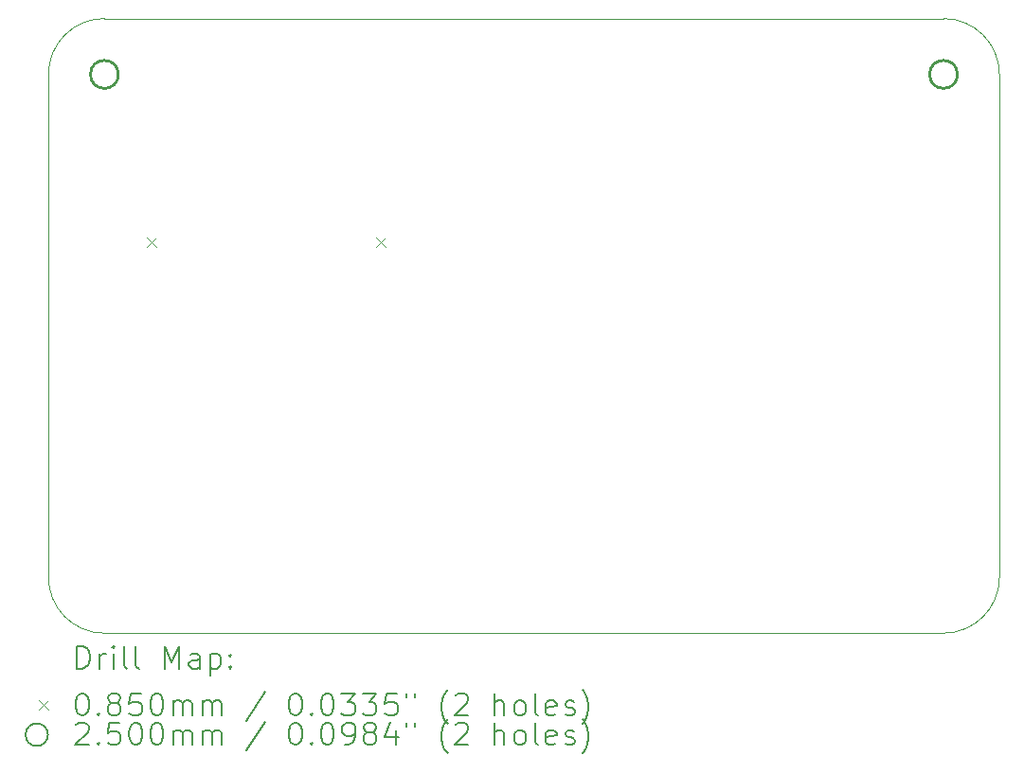
<source format=gbr>
%TF.GenerationSoftware,KiCad,Pcbnew,9.0.5*%
%TF.CreationDate,2025-10-31T23:09:40-07:00*%
%TF.ProjectId,Business Card PCB,42757369-6e65-4737-9320-436172642050,rev?*%
%TF.SameCoordinates,Original*%
%TF.FileFunction,Drillmap*%
%TF.FilePolarity,Positive*%
%FSLAX45Y45*%
G04 Gerber Fmt 4.5, Leading zero omitted, Abs format (unit mm)*
G04 Created by KiCad (PCBNEW 9.0.5) date 2025-10-31 23:09:40*
%MOMM*%
%LPD*%
G01*
G04 APERTURE LIST*
%ADD10C,0.100000*%
%ADD11C,0.200000*%
%ADD12C,0.250000*%
G04 APERTURE END LIST*
D10*
X11200000Y-11300000D02*
G75*
G02*
X10700000Y-10800000I0J500000D01*
G01*
X18700000Y-11300000D02*
X11200000Y-11300000D01*
X19200000Y-6300000D02*
X19200000Y-10800000D01*
X10700000Y-6300000D02*
G75*
G02*
X11200000Y-5800000I500000J0D01*
G01*
X10700000Y-10800000D02*
X10700000Y-6300000D01*
X11200000Y-5800000D02*
X18700000Y-5800000D01*
X18700000Y-5800000D02*
G75*
G02*
X19200000Y-6300000I0J-500000D01*
G01*
X19200000Y-10800000D02*
G75*
G02*
X18700000Y-11300000I-500000J0D01*
G01*
D11*
D10*
X11578000Y-7757488D02*
X11663000Y-7842488D01*
X11663000Y-7757488D02*
X11578000Y-7842488D01*
X13628000Y-7757488D02*
X13713000Y-7842488D01*
X13713000Y-7757488D02*
X13628000Y-7842488D01*
D12*
X11325000Y-6300000D02*
G75*
G02*
X11075000Y-6300000I-125000J0D01*
G01*
X11075000Y-6300000D02*
G75*
G02*
X11325000Y-6300000I125000J0D01*
G01*
X18825000Y-6300000D02*
G75*
G02*
X18575000Y-6300000I-125000J0D01*
G01*
X18575000Y-6300000D02*
G75*
G02*
X18825000Y-6300000I125000J0D01*
G01*
D11*
X10955777Y-11616484D02*
X10955777Y-11416484D01*
X10955777Y-11416484D02*
X11003396Y-11416484D01*
X11003396Y-11416484D02*
X11031967Y-11426008D01*
X11031967Y-11426008D02*
X11051015Y-11445055D01*
X11051015Y-11445055D02*
X11060539Y-11464103D01*
X11060539Y-11464103D02*
X11070063Y-11502198D01*
X11070063Y-11502198D02*
X11070063Y-11530769D01*
X11070063Y-11530769D02*
X11060539Y-11568865D01*
X11060539Y-11568865D02*
X11051015Y-11587912D01*
X11051015Y-11587912D02*
X11031967Y-11606960D01*
X11031967Y-11606960D02*
X11003396Y-11616484D01*
X11003396Y-11616484D02*
X10955777Y-11616484D01*
X11155777Y-11616484D02*
X11155777Y-11483150D01*
X11155777Y-11521246D02*
X11165301Y-11502198D01*
X11165301Y-11502198D02*
X11174824Y-11492674D01*
X11174824Y-11492674D02*
X11193872Y-11483150D01*
X11193872Y-11483150D02*
X11212920Y-11483150D01*
X11279586Y-11616484D02*
X11279586Y-11483150D01*
X11279586Y-11416484D02*
X11270062Y-11426008D01*
X11270062Y-11426008D02*
X11279586Y-11435531D01*
X11279586Y-11435531D02*
X11289110Y-11426008D01*
X11289110Y-11426008D02*
X11279586Y-11416484D01*
X11279586Y-11416484D02*
X11279586Y-11435531D01*
X11403396Y-11616484D02*
X11384348Y-11606960D01*
X11384348Y-11606960D02*
X11374824Y-11587912D01*
X11374824Y-11587912D02*
X11374824Y-11416484D01*
X11508158Y-11616484D02*
X11489110Y-11606960D01*
X11489110Y-11606960D02*
X11479586Y-11587912D01*
X11479586Y-11587912D02*
X11479586Y-11416484D01*
X11736729Y-11616484D02*
X11736729Y-11416484D01*
X11736729Y-11416484D02*
X11803396Y-11559341D01*
X11803396Y-11559341D02*
X11870062Y-11416484D01*
X11870062Y-11416484D02*
X11870062Y-11616484D01*
X12051015Y-11616484D02*
X12051015Y-11511722D01*
X12051015Y-11511722D02*
X12041491Y-11492674D01*
X12041491Y-11492674D02*
X12022443Y-11483150D01*
X12022443Y-11483150D02*
X11984348Y-11483150D01*
X11984348Y-11483150D02*
X11965301Y-11492674D01*
X12051015Y-11606960D02*
X12031967Y-11616484D01*
X12031967Y-11616484D02*
X11984348Y-11616484D01*
X11984348Y-11616484D02*
X11965301Y-11606960D01*
X11965301Y-11606960D02*
X11955777Y-11587912D01*
X11955777Y-11587912D02*
X11955777Y-11568865D01*
X11955777Y-11568865D02*
X11965301Y-11549817D01*
X11965301Y-11549817D02*
X11984348Y-11540293D01*
X11984348Y-11540293D02*
X12031967Y-11540293D01*
X12031967Y-11540293D02*
X12051015Y-11530769D01*
X12146253Y-11483150D02*
X12146253Y-11683150D01*
X12146253Y-11492674D02*
X12165301Y-11483150D01*
X12165301Y-11483150D02*
X12203396Y-11483150D01*
X12203396Y-11483150D02*
X12222443Y-11492674D01*
X12222443Y-11492674D02*
X12231967Y-11502198D01*
X12231967Y-11502198D02*
X12241491Y-11521246D01*
X12241491Y-11521246D02*
X12241491Y-11578388D01*
X12241491Y-11578388D02*
X12231967Y-11597436D01*
X12231967Y-11597436D02*
X12222443Y-11606960D01*
X12222443Y-11606960D02*
X12203396Y-11616484D01*
X12203396Y-11616484D02*
X12165301Y-11616484D01*
X12165301Y-11616484D02*
X12146253Y-11606960D01*
X12327205Y-11597436D02*
X12336729Y-11606960D01*
X12336729Y-11606960D02*
X12327205Y-11616484D01*
X12327205Y-11616484D02*
X12317682Y-11606960D01*
X12317682Y-11606960D02*
X12327205Y-11597436D01*
X12327205Y-11597436D02*
X12327205Y-11616484D01*
X12327205Y-11492674D02*
X12336729Y-11502198D01*
X12336729Y-11502198D02*
X12327205Y-11511722D01*
X12327205Y-11511722D02*
X12317682Y-11502198D01*
X12317682Y-11502198D02*
X12327205Y-11492674D01*
X12327205Y-11492674D02*
X12327205Y-11511722D01*
D10*
X10610000Y-11902500D02*
X10695000Y-11987500D01*
X10695000Y-11902500D02*
X10610000Y-11987500D01*
D11*
X10993872Y-11836484D02*
X11012920Y-11836484D01*
X11012920Y-11836484D02*
X11031967Y-11846008D01*
X11031967Y-11846008D02*
X11041491Y-11855531D01*
X11041491Y-11855531D02*
X11051015Y-11874579D01*
X11051015Y-11874579D02*
X11060539Y-11912674D01*
X11060539Y-11912674D02*
X11060539Y-11960293D01*
X11060539Y-11960293D02*
X11051015Y-11998388D01*
X11051015Y-11998388D02*
X11041491Y-12017436D01*
X11041491Y-12017436D02*
X11031967Y-12026960D01*
X11031967Y-12026960D02*
X11012920Y-12036484D01*
X11012920Y-12036484D02*
X10993872Y-12036484D01*
X10993872Y-12036484D02*
X10974824Y-12026960D01*
X10974824Y-12026960D02*
X10965301Y-12017436D01*
X10965301Y-12017436D02*
X10955777Y-11998388D01*
X10955777Y-11998388D02*
X10946253Y-11960293D01*
X10946253Y-11960293D02*
X10946253Y-11912674D01*
X10946253Y-11912674D02*
X10955777Y-11874579D01*
X10955777Y-11874579D02*
X10965301Y-11855531D01*
X10965301Y-11855531D02*
X10974824Y-11846008D01*
X10974824Y-11846008D02*
X10993872Y-11836484D01*
X11146253Y-12017436D02*
X11155777Y-12026960D01*
X11155777Y-12026960D02*
X11146253Y-12036484D01*
X11146253Y-12036484D02*
X11136729Y-12026960D01*
X11136729Y-12026960D02*
X11146253Y-12017436D01*
X11146253Y-12017436D02*
X11146253Y-12036484D01*
X11270062Y-11922198D02*
X11251015Y-11912674D01*
X11251015Y-11912674D02*
X11241491Y-11903150D01*
X11241491Y-11903150D02*
X11231967Y-11884103D01*
X11231967Y-11884103D02*
X11231967Y-11874579D01*
X11231967Y-11874579D02*
X11241491Y-11855531D01*
X11241491Y-11855531D02*
X11251015Y-11846008D01*
X11251015Y-11846008D02*
X11270062Y-11836484D01*
X11270062Y-11836484D02*
X11308158Y-11836484D01*
X11308158Y-11836484D02*
X11327205Y-11846008D01*
X11327205Y-11846008D02*
X11336729Y-11855531D01*
X11336729Y-11855531D02*
X11346253Y-11874579D01*
X11346253Y-11874579D02*
X11346253Y-11884103D01*
X11346253Y-11884103D02*
X11336729Y-11903150D01*
X11336729Y-11903150D02*
X11327205Y-11912674D01*
X11327205Y-11912674D02*
X11308158Y-11922198D01*
X11308158Y-11922198D02*
X11270062Y-11922198D01*
X11270062Y-11922198D02*
X11251015Y-11931722D01*
X11251015Y-11931722D02*
X11241491Y-11941246D01*
X11241491Y-11941246D02*
X11231967Y-11960293D01*
X11231967Y-11960293D02*
X11231967Y-11998388D01*
X11231967Y-11998388D02*
X11241491Y-12017436D01*
X11241491Y-12017436D02*
X11251015Y-12026960D01*
X11251015Y-12026960D02*
X11270062Y-12036484D01*
X11270062Y-12036484D02*
X11308158Y-12036484D01*
X11308158Y-12036484D02*
X11327205Y-12026960D01*
X11327205Y-12026960D02*
X11336729Y-12017436D01*
X11336729Y-12017436D02*
X11346253Y-11998388D01*
X11346253Y-11998388D02*
X11346253Y-11960293D01*
X11346253Y-11960293D02*
X11336729Y-11941246D01*
X11336729Y-11941246D02*
X11327205Y-11931722D01*
X11327205Y-11931722D02*
X11308158Y-11922198D01*
X11527205Y-11836484D02*
X11431967Y-11836484D01*
X11431967Y-11836484D02*
X11422443Y-11931722D01*
X11422443Y-11931722D02*
X11431967Y-11922198D01*
X11431967Y-11922198D02*
X11451015Y-11912674D01*
X11451015Y-11912674D02*
X11498634Y-11912674D01*
X11498634Y-11912674D02*
X11517682Y-11922198D01*
X11517682Y-11922198D02*
X11527205Y-11931722D01*
X11527205Y-11931722D02*
X11536729Y-11950769D01*
X11536729Y-11950769D02*
X11536729Y-11998388D01*
X11536729Y-11998388D02*
X11527205Y-12017436D01*
X11527205Y-12017436D02*
X11517682Y-12026960D01*
X11517682Y-12026960D02*
X11498634Y-12036484D01*
X11498634Y-12036484D02*
X11451015Y-12036484D01*
X11451015Y-12036484D02*
X11431967Y-12026960D01*
X11431967Y-12026960D02*
X11422443Y-12017436D01*
X11660539Y-11836484D02*
X11679586Y-11836484D01*
X11679586Y-11836484D02*
X11698634Y-11846008D01*
X11698634Y-11846008D02*
X11708158Y-11855531D01*
X11708158Y-11855531D02*
X11717682Y-11874579D01*
X11717682Y-11874579D02*
X11727205Y-11912674D01*
X11727205Y-11912674D02*
X11727205Y-11960293D01*
X11727205Y-11960293D02*
X11717682Y-11998388D01*
X11717682Y-11998388D02*
X11708158Y-12017436D01*
X11708158Y-12017436D02*
X11698634Y-12026960D01*
X11698634Y-12026960D02*
X11679586Y-12036484D01*
X11679586Y-12036484D02*
X11660539Y-12036484D01*
X11660539Y-12036484D02*
X11641491Y-12026960D01*
X11641491Y-12026960D02*
X11631967Y-12017436D01*
X11631967Y-12017436D02*
X11622443Y-11998388D01*
X11622443Y-11998388D02*
X11612920Y-11960293D01*
X11612920Y-11960293D02*
X11612920Y-11912674D01*
X11612920Y-11912674D02*
X11622443Y-11874579D01*
X11622443Y-11874579D02*
X11631967Y-11855531D01*
X11631967Y-11855531D02*
X11641491Y-11846008D01*
X11641491Y-11846008D02*
X11660539Y-11836484D01*
X11812920Y-12036484D02*
X11812920Y-11903150D01*
X11812920Y-11922198D02*
X11822443Y-11912674D01*
X11822443Y-11912674D02*
X11841491Y-11903150D01*
X11841491Y-11903150D02*
X11870063Y-11903150D01*
X11870063Y-11903150D02*
X11889110Y-11912674D01*
X11889110Y-11912674D02*
X11898634Y-11931722D01*
X11898634Y-11931722D02*
X11898634Y-12036484D01*
X11898634Y-11931722D02*
X11908158Y-11912674D01*
X11908158Y-11912674D02*
X11927205Y-11903150D01*
X11927205Y-11903150D02*
X11955777Y-11903150D01*
X11955777Y-11903150D02*
X11974824Y-11912674D01*
X11974824Y-11912674D02*
X11984348Y-11931722D01*
X11984348Y-11931722D02*
X11984348Y-12036484D01*
X12079586Y-12036484D02*
X12079586Y-11903150D01*
X12079586Y-11922198D02*
X12089110Y-11912674D01*
X12089110Y-11912674D02*
X12108158Y-11903150D01*
X12108158Y-11903150D02*
X12136729Y-11903150D01*
X12136729Y-11903150D02*
X12155777Y-11912674D01*
X12155777Y-11912674D02*
X12165301Y-11931722D01*
X12165301Y-11931722D02*
X12165301Y-12036484D01*
X12165301Y-11931722D02*
X12174824Y-11912674D01*
X12174824Y-11912674D02*
X12193872Y-11903150D01*
X12193872Y-11903150D02*
X12222443Y-11903150D01*
X12222443Y-11903150D02*
X12241491Y-11912674D01*
X12241491Y-11912674D02*
X12251015Y-11931722D01*
X12251015Y-11931722D02*
X12251015Y-12036484D01*
X12641491Y-11826960D02*
X12470063Y-12084103D01*
X12898634Y-11836484D02*
X12917682Y-11836484D01*
X12917682Y-11836484D02*
X12936729Y-11846008D01*
X12936729Y-11846008D02*
X12946253Y-11855531D01*
X12946253Y-11855531D02*
X12955777Y-11874579D01*
X12955777Y-11874579D02*
X12965301Y-11912674D01*
X12965301Y-11912674D02*
X12965301Y-11960293D01*
X12965301Y-11960293D02*
X12955777Y-11998388D01*
X12955777Y-11998388D02*
X12946253Y-12017436D01*
X12946253Y-12017436D02*
X12936729Y-12026960D01*
X12936729Y-12026960D02*
X12917682Y-12036484D01*
X12917682Y-12036484D02*
X12898634Y-12036484D01*
X12898634Y-12036484D02*
X12879586Y-12026960D01*
X12879586Y-12026960D02*
X12870063Y-12017436D01*
X12870063Y-12017436D02*
X12860539Y-11998388D01*
X12860539Y-11998388D02*
X12851015Y-11960293D01*
X12851015Y-11960293D02*
X12851015Y-11912674D01*
X12851015Y-11912674D02*
X12860539Y-11874579D01*
X12860539Y-11874579D02*
X12870063Y-11855531D01*
X12870063Y-11855531D02*
X12879586Y-11846008D01*
X12879586Y-11846008D02*
X12898634Y-11836484D01*
X13051015Y-12017436D02*
X13060539Y-12026960D01*
X13060539Y-12026960D02*
X13051015Y-12036484D01*
X13051015Y-12036484D02*
X13041491Y-12026960D01*
X13041491Y-12026960D02*
X13051015Y-12017436D01*
X13051015Y-12017436D02*
X13051015Y-12036484D01*
X13184348Y-11836484D02*
X13203396Y-11836484D01*
X13203396Y-11836484D02*
X13222444Y-11846008D01*
X13222444Y-11846008D02*
X13231967Y-11855531D01*
X13231967Y-11855531D02*
X13241491Y-11874579D01*
X13241491Y-11874579D02*
X13251015Y-11912674D01*
X13251015Y-11912674D02*
X13251015Y-11960293D01*
X13251015Y-11960293D02*
X13241491Y-11998388D01*
X13241491Y-11998388D02*
X13231967Y-12017436D01*
X13231967Y-12017436D02*
X13222444Y-12026960D01*
X13222444Y-12026960D02*
X13203396Y-12036484D01*
X13203396Y-12036484D02*
X13184348Y-12036484D01*
X13184348Y-12036484D02*
X13165301Y-12026960D01*
X13165301Y-12026960D02*
X13155777Y-12017436D01*
X13155777Y-12017436D02*
X13146253Y-11998388D01*
X13146253Y-11998388D02*
X13136729Y-11960293D01*
X13136729Y-11960293D02*
X13136729Y-11912674D01*
X13136729Y-11912674D02*
X13146253Y-11874579D01*
X13146253Y-11874579D02*
X13155777Y-11855531D01*
X13155777Y-11855531D02*
X13165301Y-11846008D01*
X13165301Y-11846008D02*
X13184348Y-11836484D01*
X13317682Y-11836484D02*
X13441491Y-11836484D01*
X13441491Y-11836484D02*
X13374825Y-11912674D01*
X13374825Y-11912674D02*
X13403396Y-11912674D01*
X13403396Y-11912674D02*
X13422444Y-11922198D01*
X13422444Y-11922198D02*
X13431967Y-11931722D01*
X13431967Y-11931722D02*
X13441491Y-11950769D01*
X13441491Y-11950769D02*
X13441491Y-11998388D01*
X13441491Y-11998388D02*
X13431967Y-12017436D01*
X13431967Y-12017436D02*
X13422444Y-12026960D01*
X13422444Y-12026960D02*
X13403396Y-12036484D01*
X13403396Y-12036484D02*
X13346253Y-12036484D01*
X13346253Y-12036484D02*
X13327206Y-12026960D01*
X13327206Y-12026960D02*
X13317682Y-12017436D01*
X13508158Y-11836484D02*
X13631967Y-11836484D01*
X13631967Y-11836484D02*
X13565301Y-11912674D01*
X13565301Y-11912674D02*
X13593872Y-11912674D01*
X13593872Y-11912674D02*
X13612920Y-11922198D01*
X13612920Y-11922198D02*
X13622444Y-11931722D01*
X13622444Y-11931722D02*
X13631967Y-11950769D01*
X13631967Y-11950769D02*
X13631967Y-11998388D01*
X13631967Y-11998388D02*
X13622444Y-12017436D01*
X13622444Y-12017436D02*
X13612920Y-12026960D01*
X13612920Y-12026960D02*
X13593872Y-12036484D01*
X13593872Y-12036484D02*
X13536729Y-12036484D01*
X13536729Y-12036484D02*
X13517682Y-12026960D01*
X13517682Y-12026960D02*
X13508158Y-12017436D01*
X13812920Y-11836484D02*
X13717682Y-11836484D01*
X13717682Y-11836484D02*
X13708158Y-11931722D01*
X13708158Y-11931722D02*
X13717682Y-11922198D01*
X13717682Y-11922198D02*
X13736729Y-11912674D01*
X13736729Y-11912674D02*
X13784348Y-11912674D01*
X13784348Y-11912674D02*
X13803396Y-11922198D01*
X13803396Y-11922198D02*
X13812920Y-11931722D01*
X13812920Y-11931722D02*
X13822444Y-11950769D01*
X13822444Y-11950769D02*
X13822444Y-11998388D01*
X13822444Y-11998388D02*
X13812920Y-12017436D01*
X13812920Y-12017436D02*
X13803396Y-12026960D01*
X13803396Y-12026960D02*
X13784348Y-12036484D01*
X13784348Y-12036484D02*
X13736729Y-12036484D01*
X13736729Y-12036484D02*
X13717682Y-12026960D01*
X13717682Y-12026960D02*
X13708158Y-12017436D01*
X13898634Y-11836484D02*
X13898634Y-11874579D01*
X13974825Y-11836484D02*
X13974825Y-11874579D01*
X14270063Y-12112674D02*
X14260539Y-12103150D01*
X14260539Y-12103150D02*
X14241491Y-12074579D01*
X14241491Y-12074579D02*
X14231968Y-12055531D01*
X14231968Y-12055531D02*
X14222444Y-12026960D01*
X14222444Y-12026960D02*
X14212920Y-11979341D01*
X14212920Y-11979341D02*
X14212920Y-11941246D01*
X14212920Y-11941246D02*
X14222444Y-11893627D01*
X14222444Y-11893627D02*
X14231968Y-11865055D01*
X14231968Y-11865055D02*
X14241491Y-11846008D01*
X14241491Y-11846008D02*
X14260539Y-11817436D01*
X14260539Y-11817436D02*
X14270063Y-11807912D01*
X14336729Y-11855531D02*
X14346253Y-11846008D01*
X14346253Y-11846008D02*
X14365301Y-11836484D01*
X14365301Y-11836484D02*
X14412920Y-11836484D01*
X14412920Y-11836484D02*
X14431968Y-11846008D01*
X14431968Y-11846008D02*
X14441491Y-11855531D01*
X14441491Y-11855531D02*
X14451015Y-11874579D01*
X14451015Y-11874579D02*
X14451015Y-11893627D01*
X14451015Y-11893627D02*
X14441491Y-11922198D01*
X14441491Y-11922198D02*
X14327206Y-12036484D01*
X14327206Y-12036484D02*
X14451015Y-12036484D01*
X14689110Y-12036484D02*
X14689110Y-11836484D01*
X14774825Y-12036484D02*
X14774825Y-11931722D01*
X14774825Y-11931722D02*
X14765301Y-11912674D01*
X14765301Y-11912674D02*
X14746253Y-11903150D01*
X14746253Y-11903150D02*
X14717682Y-11903150D01*
X14717682Y-11903150D02*
X14698634Y-11912674D01*
X14698634Y-11912674D02*
X14689110Y-11922198D01*
X14898634Y-12036484D02*
X14879587Y-12026960D01*
X14879587Y-12026960D02*
X14870063Y-12017436D01*
X14870063Y-12017436D02*
X14860539Y-11998388D01*
X14860539Y-11998388D02*
X14860539Y-11941246D01*
X14860539Y-11941246D02*
X14870063Y-11922198D01*
X14870063Y-11922198D02*
X14879587Y-11912674D01*
X14879587Y-11912674D02*
X14898634Y-11903150D01*
X14898634Y-11903150D02*
X14927206Y-11903150D01*
X14927206Y-11903150D02*
X14946253Y-11912674D01*
X14946253Y-11912674D02*
X14955777Y-11922198D01*
X14955777Y-11922198D02*
X14965301Y-11941246D01*
X14965301Y-11941246D02*
X14965301Y-11998388D01*
X14965301Y-11998388D02*
X14955777Y-12017436D01*
X14955777Y-12017436D02*
X14946253Y-12026960D01*
X14946253Y-12026960D02*
X14927206Y-12036484D01*
X14927206Y-12036484D02*
X14898634Y-12036484D01*
X15079587Y-12036484D02*
X15060539Y-12026960D01*
X15060539Y-12026960D02*
X15051015Y-12007912D01*
X15051015Y-12007912D02*
X15051015Y-11836484D01*
X15231968Y-12026960D02*
X15212920Y-12036484D01*
X15212920Y-12036484D02*
X15174825Y-12036484D01*
X15174825Y-12036484D02*
X15155777Y-12026960D01*
X15155777Y-12026960D02*
X15146253Y-12007912D01*
X15146253Y-12007912D02*
X15146253Y-11931722D01*
X15146253Y-11931722D02*
X15155777Y-11912674D01*
X15155777Y-11912674D02*
X15174825Y-11903150D01*
X15174825Y-11903150D02*
X15212920Y-11903150D01*
X15212920Y-11903150D02*
X15231968Y-11912674D01*
X15231968Y-11912674D02*
X15241491Y-11931722D01*
X15241491Y-11931722D02*
X15241491Y-11950769D01*
X15241491Y-11950769D02*
X15146253Y-11969817D01*
X15317682Y-12026960D02*
X15336730Y-12036484D01*
X15336730Y-12036484D02*
X15374825Y-12036484D01*
X15374825Y-12036484D02*
X15393872Y-12026960D01*
X15393872Y-12026960D02*
X15403396Y-12007912D01*
X15403396Y-12007912D02*
X15403396Y-11998388D01*
X15403396Y-11998388D02*
X15393872Y-11979341D01*
X15393872Y-11979341D02*
X15374825Y-11969817D01*
X15374825Y-11969817D02*
X15346253Y-11969817D01*
X15346253Y-11969817D02*
X15327206Y-11960293D01*
X15327206Y-11960293D02*
X15317682Y-11941246D01*
X15317682Y-11941246D02*
X15317682Y-11931722D01*
X15317682Y-11931722D02*
X15327206Y-11912674D01*
X15327206Y-11912674D02*
X15346253Y-11903150D01*
X15346253Y-11903150D02*
X15374825Y-11903150D01*
X15374825Y-11903150D02*
X15393872Y-11912674D01*
X15470063Y-12112674D02*
X15479587Y-12103150D01*
X15479587Y-12103150D02*
X15498634Y-12074579D01*
X15498634Y-12074579D02*
X15508158Y-12055531D01*
X15508158Y-12055531D02*
X15517682Y-12026960D01*
X15517682Y-12026960D02*
X15527206Y-11979341D01*
X15527206Y-11979341D02*
X15527206Y-11941246D01*
X15527206Y-11941246D02*
X15517682Y-11893627D01*
X15517682Y-11893627D02*
X15508158Y-11865055D01*
X15508158Y-11865055D02*
X15498634Y-11846008D01*
X15498634Y-11846008D02*
X15479587Y-11817436D01*
X15479587Y-11817436D02*
X15470063Y-11807912D01*
X10695000Y-12209000D02*
G75*
G02*
X10495000Y-12209000I-100000J0D01*
G01*
X10495000Y-12209000D02*
G75*
G02*
X10695000Y-12209000I100000J0D01*
G01*
X10946253Y-12119531D02*
X10955777Y-12110008D01*
X10955777Y-12110008D02*
X10974824Y-12100484D01*
X10974824Y-12100484D02*
X11022444Y-12100484D01*
X11022444Y-12100484D02*
X11041491Y-12110008D01*
X11041491Y-12110008D02*
X11051015Y-12119531D01*
X11051015Y-12119531D02*
X11060539Y-12138579D01*
X11060539Y-12138579D02*
X11060539Y-12157627D01*
X11060539Y-12157627D02*
X11051015Y-12186198D01*
X11051015Y-12186198D02*
X10936729Y-12300484D01*
X10936729Y-12300484D02*
X11060539Y-12300484D01*
X11146253Y-12281436D02*
X11155777Y-12290960D01*
X11155777Y-12290960D02*
X11146253Y-12300484D01*
X11146253Y-12300484D02*
X11136729Y-12290960D01*
X11136729Y-12290960D02*
X11146253Y-12281436D01*
X11146253Y-12281436D02*
X11146253Y-12300484D01*
X11336729Y-12100484D02*
X11241491Y-12100484D01*
X11241491Y-12100484D02*
X11231967Y-12195722D01*
X11231967Y-12195722D02*
X11241491Y-12186198D01*
X11241491Y-12186198D02*
X11260539Y-12176674D01*
X11260539Y-12176674D02*
X11308158Y-12176674D01*
X11308158Y-12176674D02*
X11327205Y-12186198D01*
X11327205Y-12186198D02*
X11336729Y-12195722D01*
X11336729Y-12195722D02*
X11346253Y-12214769D01*
X11346253Y-12214769D02*
X11346253Y-12262388D01*
X11346253Y-12262388D02*
X11336729Y-12281436D01*
X11336729Y-12281436D02*
X11327205Y-12290960D01*
X11327205Y-12290960D02*
X11308158Y-12300484D01*
X11308158Y-12300484D02*
X11260539Y-12300484D01*
X11260539Y-12300484D02*
X11241491Y-12290960D01*
X11241491Y-12290960D02*
X11231967Y-12281436D01*
X11470062Y-12100484D02*
X11489110Y-12100484D01*
X11489110Y-12100484D02*
X11508158Y-12110008D01*
X11508158Y-12110008D02*
X11517682Y-12119531D01*
X11517682Y-12119531D02*
X11527205Y-12138579D01*
X11527205Y-12138579D02*
X11536729Y-12176674D01*
X11536729Y-12176674D02*
X11536729Y-12224293D01*
X11536729Y-12224293D02*
X11527205Y-12262388D01*
X11527205Y-12262388D02*
X11517682Y-12281436D01*
X11517682Y-12281436D02*
X11508158Y-12290960D01*
X11508158Y-12290960D02*
X11489110Y-12300484D01*
X11489110Y-12300484D02*
X11470062Y-12300484D01*
X11470062Y-12300484D02*
X11451015Y-12290960D01*
X11451015Y-12290960D02*
X11441491Y-12281436D01*
X11441491Y-12281436D02*
X11431967Y-12262388D01*
X11431967Y-12262388D02*
X11422443Y-12224293D01*
X11422443Y-12224293D02*
X11422443Y-12176674D01*
X11422443Y-12176674D02*
X11431967Y-12138579D01*
X11431967Y-12138579D02*
X11441491Y-12119531D01*
X11441491Y-12119531D02*
X11451015Y-12110008D01*
X11451015Y-12110008D02*
X11470062Y-12100484D01*
X11660539Y-12100484D02*
X11679586Y-12100484D01*
X11679586Y-12100484D02*
X11698634Y-12110008D01*
X11698634Y-12110008D02*
X11708158Y-12119531D01*
X11708158Y-12119531D02*
X11717682Y-12138579D01*
X11717682Y-12138579D02*
X11727205Y-12176674D01*
X11727205Y-12176674D02*
X11727205Y-12224293D01*
X11727205Y-12224293D02*
X11717682Y-12262388D01*
X11717682Y-12262388D02*
X11708158Y-12281436D01*
X11708158Y-12281436D02*
X11698634Y-12290960D01*
X11698634Y-12290960D02*
X11679586Y-12300484D01*
X11679586Y-12300484D02*
X11660539Y-12300484D01*
X11660539Y-12300484D02*
X11641491Y-12290960D01*
X11641491Y-12290960D02*
X11631967Y-12281436D01*
X11631967Y-12281436D02*
X11622443Y-12262388D01*
X11622443Y-12262388D02*
X11612920Y-12224293D01*
X11612920Y-12224293D02*
X11612920Y-12176674D01*
X11612920Y-12176674D02*
X11622443Y-12138579D01*
X11622443Y-12138579D02*
X11631967Y-12119531D01*
X11631967Y-12119531D02*
X11641491Y-12110008D01*
X11641491Y-12110008D02*
X11660539Y-12100484D01*
X11812920Y-12300484D02*
X11812920Y-12167150D01*
X11812920Y-12186198D02*
X11822443Y-12176674D01*
X11822443Y-12176674D02*
X11841491Y-12167150D01*
X11841491Y-12167150D02*
X11870063Y-12167150D01*
X11870063Y-12167150D02*
X11889110Y-12176674D01*
X11889110Y-12176674D02*
X11898634Y-12195722D01*
X11898634Y-12195722D02*
X11898634Y-12300484D01*
X11898634Y-12195722D02*
X11908158Y-12176674D01*
X11908158Y-12176674D02*
X11927205Y-12167150D01*
X11927205Y-12167150D02*
X11955777Y-12167150D01*
X11955777Y-12167150D02*
X11974824Y-12176674D01*
X11974824Y-12176674D02*
X11984348Y-12195722D01*
X11984348Y-12195722D02*
X11984348Y-12300484D01*
X12079586Y-12300484D02*
X12079586Y-12167150D01*
X12079586Y-12186198D02*
X12089110Y-12176674D01*
X12089110Y-12176674D02*
X12108158Y-12167150D01*
X12108158Y-12167150D02*
X12136729Y-12167150D01*
X12136729Y-12167150D02*
X12155777Y-12176674D01*
X12155777Y-12176674D02*
X12165301Y-12195722D01*
X12165301Y-12195722D02*
X12165301Y-12300484D01*
X12165301Y-12195722D02*
X12174824Y-12176674D01*
X12174824Y-12176674D02*
X12193872Y-12167150D01*
X12193872Y-12167150D02*
X12222443Y-12167150D01*
X12222443Y-12167150D02*
X12241491Y-12176674D01*
X12241491Y-12176674D02*
X12251015Y-12195722D01*
X12251015Y-12195722D02*
X12251015Y-12300484D01*
X12641491Y-12090960D02*
X12470063Y-12348103D01*
X12898634Y-12100484D02*
X12917682Y-12100484D01*
X12917682Y-12100484D02*
X12936729Y-12110008D01*
X12936729Y-12110008D02*
X12946253Y-12119531D01*
X12946253Y-12119531D02*
X12955777Y-12138579D01*
X12955777Y-12138579D02*
X12965301Y-12176674D01*
X12965301Y-12176674D02*
X12965301Y-12224293D01*
X12965301Y-12224293D02*
X12955777Y-12262388D01*
X12955777Y-12262388D02*
X12946253Y-12281436D01*
X12946253Y-12281436D02*
X12936729Y-12290960D01*
X12936729Y-12290960D02*
X12917682Y-12300484D01*
X12917682Y-12300484D02*
X12898634Y-12300484D01*
X12898634Y-12300484D02*
X12879586Y-12290960D01*
X12879586Y-12290960D02*
X12870063Y-12281436D01*
X12870063Y-12281436D02*
X12860539Y-12262388D01*
X12860539Y-12262388D02*
X12851015Y-12224293D01*
X12851015Y-12224293D02*
X12851015Y-12176674D01*
X12851015Y-12176674D02*
X12860539Y-12138579D01*
X12860539Y-12138579D02*
X12870063Y-12119531D01*
X12870063Y-12119531D02*
X12879586Y-12110008D01*
X12879586Y-12110008D02*
X12898634Y-12100484D01*
X13051015Y-12281436D02*
X13060539Y-12290960D01*
X13060539Y-12290960D02*
X13051015Y-12300484D01*
X13051015Y-12300484D02*
X13041491Y-12290960D01*
X13041491Y-12290960D02*
X13051015Y-12281436D01*
X13051015Y-12281436D02*
X13051015Y-12300484D01*
X13184348Y-12100484D02*
X13203396Y-12100484D01*
X13203396Y-12100484D02*
X13222444Y-12110008D01*
X13222444Y-12110008D02*
X13231967Y-12119531D01*
X13231967Y-12119531D02*
X13241491Y-12138579D01*
X13241491Y-12138579D02*
X13251015Y-12176674D01*
X13251015Y-12176674D02*
X13251015Y-12224293D01*
X13251015Y-12224293D02*
X13241491Y-12262388D01*
X13241491Y-12262388D02*
X13231967Y-12281436D01*
X13231967Y-12281436D02*
X13222444Y-12290960D01*
X13222444Y-12290960D02*
X13203396Y-12300484D01*
X13203396Y-12300484D02*
X13184348Y-12300484D01*
X13184348Y-12300484D02*
X13165301Y-12290960D01*
X13165301Y-12290960D02*
X13155777Y-12281436D01*
X13155777Y-12281436D02*
X13146253Y-12262388D01*
X13146253Y-12262388D02*
X13136729Y-12224293D01*
X13136729Y-12224293D02*
X13136729Y-12176674D01*
X13136729Y-12176674D02*
X13146253Y-12138579D01*
X13146253Y-12138579D02*
X13155777Y-12119531D01*
X13155777Y-12119531D02*
X13165301Y-12110008D01*
X13165301Y-12110008D02*
X13184348Y-12100484D01*
X13346253Y-12300484D02*
X13384348Y-12300484D01*
X13384348Y-12300484D02*
X13403396Y-12290960D01*
X13403396Y-12290960D02*
X13412920Y-12281436D01*
X13412920Y-12281436D02*
X13431967Y-12252865D01*
X13431967Y-12252865D02*
X13441491Y-12214769D01*
X13441491Y-12214769D02*
X13441491Y-12138579D01*
X13441491Y-12138579D02*
X13431967Y-12119531D01*
X13431967Y-12119531D02*
X13422444Y-12110008D01*
X13422444Y-12110008D02*
X13403396Y-12100484D01*
X13403396Y-12100484D02*
X13365301Y-12100484D01*
X13365301Y-12100484D02*
X13346253Y-12110008D01*
X13346253Y-12110008D02*
X13336729Y-12119531D01*
X13336729Y-12119531D02*
X13327206Y-12138579D01*
X13327206Y-12138579D02*
X13327206Y-12186198D01*
X13327206Y-12186198D02*
X13336729Y-12205246D01*
X13336729Y-12205246D02*
X13346253Y-12214769D01*
X13346253Y-12214769D02*
X13365301Y-12224293D01*
X13365301Y-12224293D02*
X13403396Y-12224293D01*
X13403396Y-12224293D02*
X13422444Y-12214769D01*
X13422444Y-12214769D02*
X13431967Y-12205246D01*
X13431967Y-12205246D02*
X13441491Y-12186198D01*
X13555777Y-12186198D02*
X13536729Y-12176674D01*
X13536729Y-12176674D02*
X13527206Y-12167150D01*
X13527206Y-12167150D02*
X13517682Y-12148103D01*
X13517682Y-12148103D02*
X13517682Y-12138579D01*
X13517682Y-12138579D02*
X13527206Y-12119531D01*
X13527206Y-12119531D02*
X13536729Y-12110008D01*
X13536729Y-12110008D02*
X13555777Y-12100484D01*
X13555777Y-12100484D02*
X13593872Y-12100484D01*
X13593872Y-12100484D02*
X13612920Y-12110008D01*
X13612920Y-12110008D02*
X13622444Y-12119531D01*
X13622444Y-12119531D02*
X13631967Y-12138579D01*
X13631967Y-12138579D02*
X13631967Y-12148103D01*
X13631967Y-12148103D02*
X13622444Y-12167150D01*
X13622444Y-12167150D02*
X13612920Y-12176674D01*
X13612920Y-12176674D02*
X13593872Y-12186198D01*
X13593872Y-12186198D02*
X13555777Y-12186198D01*
X13555777Y-12186198D02*
X13536729Y-12195722D01*
X13536729Y-12195722D02*
X13527206Y-12205246D01*
X13527206Y-12205246D02*
X13517682Y-12224293D01*
X13517682Y-12224293D02*
X13517682Y-12262388D01*
X13517682Y-12262388D02*
X13527206Y-12281436D01*
X13527206Y-12281436D02*
X13536729Y-12290960D01*
X13536729Y-12290960D02*
X13555777Y-12300484D01*
X13555777Y-12300484D02*
X13593872Y-12300484D01*
X13593872Y-12300484D02*
X13612920Y-12290960D01*
X13612920Y-12290960D02*
X13622444Y-12281436D01*
X13622444Y-12281436D02*
X13631967Y-12262388D01*
X13631967Y-12262388D02*
X13631967Y-12224293D01*
X13631967Y-12224293D02*
X13622444Y-12205246D01*
X13622444Y-12205246D02*
X13612920Y-12195722D01*
X13612920Y-12195722D02*
X13593872Y-12186198D01*
X13803396Y-12167150D02*
X13803396Y-12300484D01*
X13755777Y-12090960D02*
X13708158Y-12233817D01*
X13708158Y-12233817D02*
X13831967Y-12233817D01*
X13898634Y-12100484D02*
X13898634Y-12138579D01*
X13974825Y-12100484D02*
X13974825Y-12138579D01*
X14270063Y-12376674D02*
X14260539Y-12367150D01*
X14260539Y-12367150D02*
X14241491Y-12338579D01*
X14241491Y-12338579D02*
X14231968Y-12319531D01*
X14231968Y-12319531D02*
X14222444Y-12290960D01*
X14222444Y-12290960D02*
X14212920Y-12243341D01*
X14212920Y-12243341D02*
X14212920Y-12205246D01*
X14212920Y-12205246D02*
X14222444Y-12157627D01*
X14222444Y-12157627D02*
X14231968Y-12129055D01*
X14231968Y-12129055D02*
X14241491Y-12110008D01*
X14241491Y-12110008D02*
X14260539Y-12081436D01*
X14260539Y-12081436D02*
X14270063Y-12071912D01*
X14336729Y-12119531D02*
X14346253Y-12110008D01*
X14346253Y-12110008D02*
X14365301Y-12100484D01*
X14365301Y-12100484D02*
X14412920Y-12100484D01*
X14412920Y-12100484D02*
X14431968Y-12110008D01*
X14431968Y-12110008D02*
X14441491Y-12119531D01*
X14441491Y-12119531D02*
X14451015Y-12138579D01*
X14451015Y-12138579D02*
X14451015Y-12157627D01*
X14451015Y-12157627D02*
X14441491Y-12186198D01*
X14441491Y-12186198D02*
X14327206Y-12300484D01*
X14327206Y-12300484D02*
X14451015Y-12300484D01*
X14689110Y-12300484D02*
X14689110Y-12100484D01*
X14774825Y-12300484D02*
X14774825Y-12195722D01*
X14774825Y-12195722D02*
X14765301Y-12176674D01*
X14765301Y-12176674D02*
X14746253Y-12167150D01*
X14746253Y-12167150D02*
X14717682Y-12167150D01*
X14717682Y-12167150D02*
X14698634Y-12176674D01*
X14698634Y-12176674D02*
X14689110Y-12186198D01*
X14898634Y-12300484D02*
X14879587Y-12290960D01*
X14879587Y-12290960D02*
X14870063Y-12281436D01*
X14870063Y-12281436D02*
X14860539Y-12262388D01*
X14860539Y-12262388D02*
X14860539Y-12205246D01*
X14860539Y-12205246D02*
X14870063Y-12186198D01*
X14870063Y-12186198D02*
X14879587Y-12176674D01*
X14879587Y-12176674D02*
X14898634Y-12167150D01*
X14898634Y-12167150D02*
X14927206Y-12167150D01*
X14927206Y-12167150D02*
X14946253Y-12176674D01*
X14946253Y-12176674D02*
X14955777Y-12186198D01*
X14955777Y-12186198D02*
X14965301Y-12205246D01*
X14965301Y-12205246D02*
X14965301Y-12262388D01*
X14965301Y-12262388D02*
X14955777Y-12281436D01*
X14955777Y-12281436D02*
X14946253Y-12290960D01*
X14946253Y-12290960D02*
X14927206Y-12300484D01*
X14927206Y-12300484D02*
X14898634Y-12300484D01*
X15079587Y-12300484D02*
X15060539Y-12290960D01*
X15060539Y-12290960D02*
X15051015Y-12271912D01*
X15051015Y-12271912D02*
X15051015Y-12100484D01*
X15231968Y-12290960D02*
X15212920Y-12300484D01*
X15212920Y-12300484D02*
X15174825Y-12300484D01*
X15174825Y-12300484D02*
X15155777Y-12290960D01*
X15155777Y-12290960D02*
X15146253Y-12271912D01*
X15146253Y-12271912D02*
X15146253Y-12195722D01*
X15146253Y-12195722D02*
X15155777Y-12176674D01*
X15155777Y-12176674D02*
X15174825Y-12167150D01*
X15174825Y-12167150D02*
X15212920Y-12167150D01*
X15212920Y-12167150D02*
X15231968Y-12176674D01*
X15231968Y-12176674D02*
X15241491Y-12195722D01*
X15241491Y-12195722D02*
X15241491Y-12214769D01*
X15241491Y-12214769D02*
X15146253Y-12233817D01*
X15317682Y-12290960D02*
X15336730Y-12300484D01*
X15336730Y-12300484D02*
X15374825Y-12300484D01*
X15374825Y-12300484D02*
X15393872Y-12290960D01*
X15393872Y-12290960D02*
X15403396Y-12271912D01*
X15403396Y-12271912D02*
X15403396Y-12262388D01*
X15403396Y-12262388D02*
X15393872Y-12243341D01*
X15393872Y-12243341D02*
X15374825Y-12233817D01*
X15374825Y-12233817D02*
X15346253Y-12233817D01*
X15346253Y-12233817D02*
X15327206Y-12224293D01*
X15327206Y-12224293D02*
X15317682Y-12205246D01*
X15317682Y-12205246D02*
X15317682Y-12195722D01*
X15317682Y-12195722D02*
X15327206Y-12176674D01*
X15327206Y-12176674D02*
X15346253Y-12167150D01*
X15346253Y-12167150D02*
X15374825Y-12167150D01*
X15374825Y-12167150D02*
X15393872Y-12176674D01*
X15470063Y-12376674D02*
X15479587Y-12367150D01*
X15479587Y-12367150D02*
X15498634Y-12338579D01*
X15498634Y-12338579D02*
X15508158Y-12319531D01*
X15508158Y-12319531D02*
X15517682Y-12290960D01*
X15517682Y-12290960D02*
X15527206Y-12243341D01*
X15527206Y-12243341D02*
X15527206Y-12205246D01*
X15527206Y-12205246D02*
X15517682Y-12157627D01*
X15517682Y-12157627D02*
X15508158Y-12129055D01*
X15508158Y-12129055D02*
X15498634Y-12110008D01*
X15498634Y-12110008D02*
X15479587Y-12081436D01*
X15479587Y-12081436D02*
X15470063Y-12071912D01*
M02*

</source>
